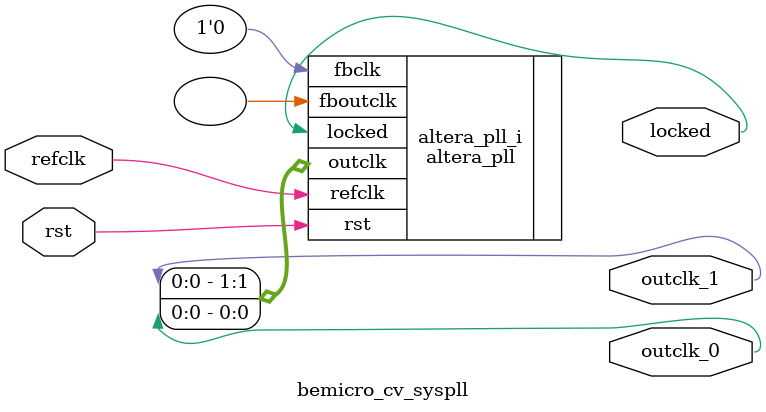
<source format=v>
`timescale 1ns/10ps
module  bemicro_cv_syspll(

	// interface 'refclk'
	input wire refclk,

	// interface 'reset'
	input wire rst,

	// interface 'outclk0'
	output wire outclk_0,

	// interface 'outclk1'
	output wire outclk_1,

	// interface 'locked'
	output wire locked
);

	altera_pll #(
		.fractional_vco_multiplier("false"),
		.reference_clock_frequency("50.0 MHz"),
		.operation_mode("normal"),
		.number_of_clocks(2),
		.output_clock_frequency0("80.0 MHz"),
		.phase_shift0("0 ps"),
		.duty_cycle0(50),
		.output_clock_frequency1("80.0 MHz"),
		.phase_shift1("0 ps"),
		.duty_cycle1(50),
		.output_clock_frequency2("0 MHz"),
		.phase_shift2("0 ps"),
		.duty_cycle2(50),
		.output_clock_frequency3("0 MHz"),
		.phase_shift3("0 ps"),
		.duty_cycle3(50),
		.output_clock_frequency4("0 MHz"),
		.phase_shift4("0 ps"),
		.duty_cycle4(50),
		.output_clock_frequency5("0 MHz"),
		.phase_shift5("0 ps"),
		.duty_cycle5(50),
		.output_clock_frequency6("0 MHz"),
		.phase_shift6("0 ps"),
		.duty_cycle6(50),
		.output_clock_frequency7("0 MHz"),
		.phase_shift7("0 ps"),
		.duty_cycle7(50),
		.output_clock_frequency8("0 MHz"),
		.phase_shift8("0 ps"),
		.duty_cycle8(50),
		.output_clock_frequency9("0 MHz"),
		.phase_shift9("0 ps"),
		.duty_cycle9(50),
		.output_clock_frequency10("0 MHz"),
		.phase_shift10("0 ps"),
		.duty_cycle10(50),
		.output_clock_frequency11("0 MHz"),
		.phase_shift11("0 ps"),
		.duty_cycle11(50),
		.output_clock_frequency12("0 MHz"),
		.phase_shift12("0 ps"),
		.duty_cycle12(50),
		.output_clock_frequency13("0 MHz"),
		.phase_shift13("0 ps"),
		.duty_cycle13(50),
		.output_clock_frequency14("0 MHz"),
		.phase_shift14("0 ps"),
		.duty_cycle14(50),
		.output_clock_frequency15("0 MHz"),
		.phase_shift15("0 ps"),
		.duty_cycle15(50),
		.output_clock_frequency16("0 MHz"),
		.phase_shift16("0 ps"),
		.duty_cycle16(50),
		.output_clock_frequency17("0 MHz"),
		.phase_shift17("0 ps"),
		.duty_cycle17(50),
		.pll_type("General"),
		.pll_subtype("General")
	) altera_pll_i (
		.outclk	({outclk_1, outclk_0}),
		.locked	(locked),
		.fboutclk	( ),
		.fbclk	(1'b0),
		.rst	(rst),
		.refclk	(refclk)
	);
endmodule


</source>
